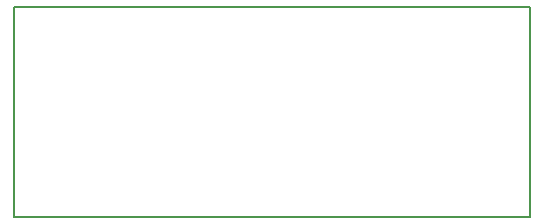
<source format=gbr>
G04 #@! TF.GenerationSoftware,KiCad,Pcbnew,(5.0.0-rc2-110-g9edfd25)*
G04 #@! TF.CreationDate,2018-06-11T15:30:54-07:00*
G04 #@! TF.ProjectId,USB-Power-Cleaner,5553422D506F7765722D436C65616E65,rev?*
G04 #@! TF.SameCoordinates,Original*
G04 #@! TF.FileFunction,Profile,NP*
%FSLAX46Y46*%
G04 Gerber Fmt 4.6, Leading zero omitted, Abs format (unit mm)*
G04 Created by KiCad (PCBNEW (5.0.0-rc2-110-g9edfd25)) date Monday, June 11, 2018 at 03:30:54 PM*
%MOMM*%
%LPD*%
G01*
G04 APERTURE LIST*
%ADD10C,0.200000*%
G04 APERTURE END LIST*
D10*
X157226000Y-96520000D02*
X157226000Y-78740000D01*
X200914000Y-96520000D02*
X157226000Y-96520000D01*
X200914000Y-78740000D02*
X200914000Y-96520000D01*
X157226000Y-78740000D02*
X200914000Y-78740000D01*
M02*

</source>
